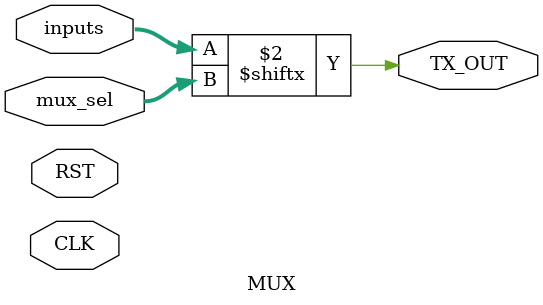
<source format=v>
module MUX (
    input wire [1:0] mux_sel,
    input wire [3:0] inputs,
    input wire       CLK, RST,
    output reg       TX_OUT
);

    always @(*) 
    begin
        TX_OUT = inputs[mux_sel];
    end

endmodule
</source>
